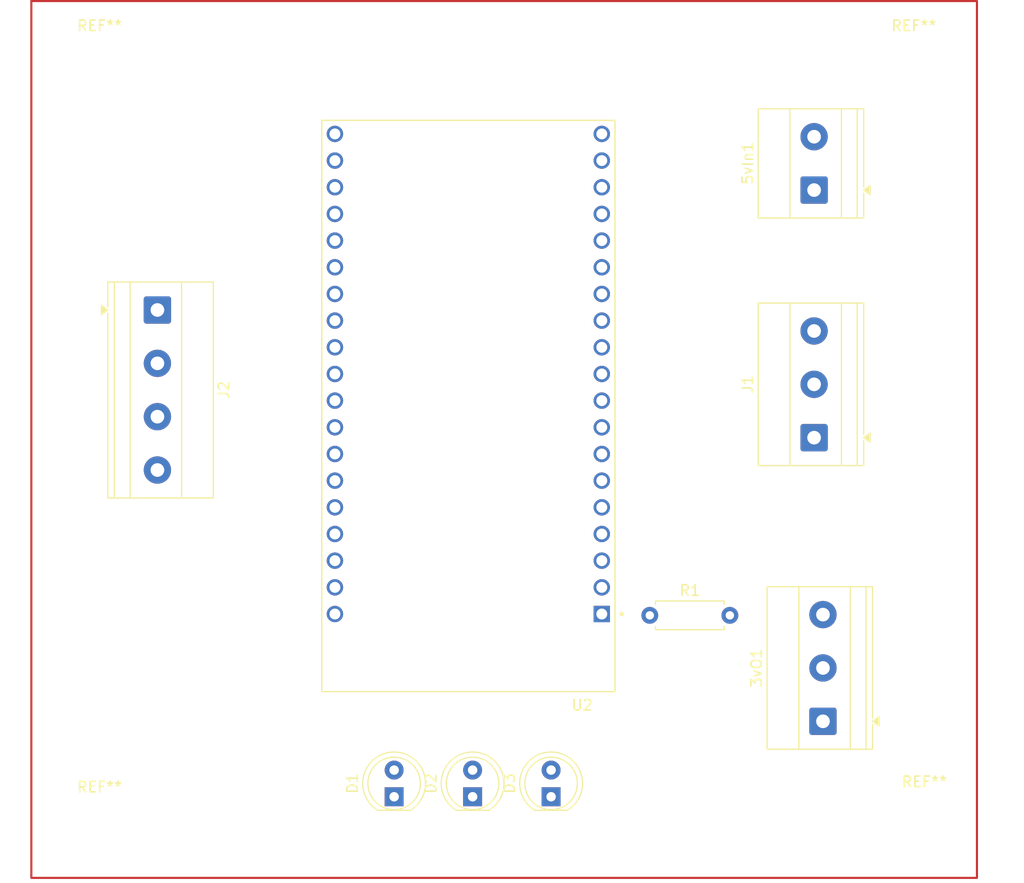
<source format=kicad_pcb>
(kicad_pcb (version 20241229) (generator "pcbnew") (generator_version "9.0")
  (layers (0 "F.Cu" signal) (2 "B.Cu" signal) (13 "F.Paste" user) (15 "B.Paste" user) (5 "F.SilkS" user "F.Silkscreen") (7 "B.SilkS" user "B.Silkscreen") (1 "F.Mask" user) (3 "B.Mask" user) (25 "Edge.Cuts" user))
  (net 0 "")
  (net 1 "Net-(3vO1-Pin_1)")
  (net 2 "Net-(5vIn1-Pin_1)")
  (net 3 "Net-(D1-K)")
  (net 4 "/Ex_Sensor")
  (net 5 "/En_Sensor")
  (net 6 "/Welding")
  (net 7 "/Misc1")
  (net 8 "/C_UP1")
  (net 9 "/C_DOWN1")
  (net 10 "/Misc2")
  (net 11 "Net-(U2-3V3)")
  (footprint "TerminalBlock_Phoenix:TerminalBlock_Phoenix_MKDS-1,5-3-5.08_1x03_P5.08mm_Horizontal" (layer "F.Cu") (at 172.345 119.59 90)
    (property "Reference" "3vO1" (at 5.08 -6.32 90) (layer "F.SilkS"))
    (property "Value" "Conn_01x03")
    (fp_line (start 12.82 -5.32) (end 12.82 4.72) (stroke (width 0.12)) (layer "F.SilkS"))
    (fp_line (start -2.66 -5.32) (end 12.82 -5.32) (stroke (width 0.12)) (layer "F.SilkS"))
    (fp_line (start -2.66 -2.3) (end 12.82 -2.3) (stroke (width 0.12)) (layer "F.SilkS"))
    (fp_line (start -2.66 2.6) (end 12.82 2.6) (stroke (width 0.12)) (layer "F.SilkS"))
    (fp_line (start -2.66 4.1) (end 12.82 4.1) (stroke (width 0.12)) (layer "F.SilkS"))
    (fp_line (start 12.82 4.72) (end 0.3 4.72) (stroke (width 0.12)) (layer "F.SilkS"))
    (fp_line (start -0.3 4.72) (end -2.66 4.72) (stroke (width 0.12)) (layer "F.SilkS"))
    (fp_line (start -2.66 4.72) (end -2.66 -5.32) (stroke (width 0.12)) (layer "F.SilkS"))
    (fp_poly (pts (xy 0 4.72) (xy 0.44 5.33) (xy -0.44 5.33)) (stroke (width 0.12)) (fill yes) (layer "F.SilkS"))
    (pad "1" thru_hole roundrect (at 0 0 90) (size 2.6 2.6) (drill 1.3) (layers "*.Cu" "*.Mask") (roundrect_rratio 0.096154) (net 1 "Net-(3vO1-Pin_1)"))
    (pad "2" thru_hole circle (at 5.08 0 90) (size 2.6 2.6) (drill 1.3) (layers "*.Cu" "*.Mask") (net 1 "Net-(3vO1-Pin_1)"))
    (pad "3" thru_hole circle (at 10.16 0 90) (size 2.6 2.6) (drill 1.3) (layers "*.Cu" "*.Mask") (net 1 "Net-(3vO1-Pin_1)"))
  )
  (footprint "MountingHole:MountingHole_3.2mm_M3" (layer "F.Cu") (at 103.5 57.5)
    (property "Reference" "REF**" (at 0 -4.15 0) (layer "F.SilkS"))
    (property "Value" "MountingHole_3.2mm_M3")
    (pad "" np_thru_hole circle (at 0 0) (size 3.2 3.2) (drill 3.2) (layers "*.Cu" "*.Mask"))
  )
  (footprint "MountingHole:MountingHole_3.2mm_M3" (layer "F.Cu") (at 181 57.5)
    (property "Reference" "REF**" (at 0 -4.15 0) (layer "F.SilkS"))
    (property "Value" "MountingHole_3.2mm_M3" (hide yes))
    (pad "" np_thru_hole circle (at 0 0) (size 3.2 3.2) (drill 3.2) (layers "*.Cu" "*.Mask"))
  )
  (footprint "TerminalBlock_Phoenix:TerminalBlock_Phoenix_MKDS-1,5-2-5.08_1x02_P5.08mm_Horizontal" (layer "F.Cu") (at 171.5 69 90)
    (property "Reference" "5vIn1" (at 2.54 -6.32 90) (layer "F.SilkS"))
    (property "Value" "Conn_01x02")
    (fp_line (start 7.74 -5.32) (end 7.74 4.72) (stroke (width 0.12)) (layer "F.SilkS"))
    (fp_line (start -2.66 -5.32) (end 7.74 -5.32) (stroke (width 0.12)) (layer "F.SilkS"))
    (fp_line (start -2.66 -2.3) (end 7.74 -2.3) (stroke (width 0.12)) (layer "F.SilkS"))
    (fp_line (start -2.66 2.6) (end 7.74 2.6) (stroke (width 0.12)) (layer "F.SilkS"))
    (fp_line (start -2.66 4.1) (end 7.74 4.1) (stroke (width 0.12)) (layer "F.SilkS"))
    (fp_line (start 7.74 4.72) (end 0.3 4.72) (stroke (width 0.12)) (layer "F.SilkS"))
    (fp_line (start -0.3 4.72) (end -2.66 4.72) (stroke (width 0.12)) (layer "F.SilkS"))
    (fp_line (start -2.66 4.72) (end -2.66 -5.32) (stroke (width 0.12)) (layer "F.SilkS"))
    (fp_poly (pts (xy 0 4.72) (xy 0.44 5.33) (xy -0.44 5.33)) (stroke (width 0.12)) (fill yes) (layer "F.SilkS"))
    (pad "1" thru_hole roundrect (at 0 0 90) (size 2.6 2.6) (drill 1.3) (layers "*.Cu" "*.Mask") (roundrect_rratio 0.096154) (net 2 "Net-(5vIn1-Pin_1)"))
    (pad "2" thru_hole circle (at 5.08 0 90) (size 2.6 2.6) (drill 1.3) (layers "*.Cu" "*.Mask") (net 2 "Net-(5vIn1-Pin_1)"))
  )
  (footprint "ESP32-DEVKITC-32D:MODULE_ESP32-DEVKITC-32D" (layer "F.Cu") (at 138.595 89.6125 180)
    (property "Reference" "U2" (at -10.829175 -28.446045 0) (layer "F.SilkS") (effects (font (size 1.000386 1.000386))))
    (property "Value" "ESP32-DEVKITC-32D")
    (fp_line (start 13.95 27.25) (end -13.95 27.25) (stroke (width 0.127)) (layer "F.SilkS"))
    (fp_line (start 13.95 -27.15) (end 13.95 27.25) (stroke (width 0.127)) (layer "F.SilkS"))
    (fp_line (start -13.95 27.25) (end -13.95 -27.15) (stroke (width 0.127)) (layer "F.SilkS"))
    (fp_line (start -13.95 -27.15) (end 13.95 -27.15) (stroke (width 0.127)) (layer "F.SilkS"))
    (fp_circle (center -14.6 -19.76) (end -14.5 -19.76) (stroke (width 0.2)) (fill no) (layer "F.SilkS"))
    (pad "J2-1" thru_hole rect (at -12.7 -19.76 180) (size 1.56 1.56) (drill 1.04) (layers "*.Cu" "*.Mask") (net 11 "Net-(U2-3V3)"))
    (pad "J2-2" thru_hole circle (at -12.7 -17.22 180) (size 1.56 1.56) (drill 1.04) (layers "*.Cu" "*.Mask"))
    (pad "J2-3" thru_hole circle (at -12.7 -14.68 180) (size 1.56 1.56) (drill 1.04) (layers "*.Cu" "*.Mask"))
    (pad "J2-4" thru_hole circle (at -12.7 -12.14 180) (size 1.56 1.56) (drill 1.04) (layers "*.Cu" "*.Mask"))
    (pad "J2-5" thru_hole circle (at -12.7 -9.6 180) (size 1.56 1.56) (drill 1.04) (layers "*.Cu" "*.Mask") (net 9 "/C_DOWN1"))
    (pad "J2-6" thru_hole circle (at -12.7 -7.06 180) (size 1.56 1.56) (drill 1.04) (layers "*.Cu" "*.Mask") (net 8 "/C_UP1"))
    (pad "J2-7" thru_hole circle (at -12.7 -4.52 180) (size 1.56 1.56) (drill 1.04) (layers "*.Cu" "*.Mask"))
    (pad "J2-8" thru_hole circle (at -12.7 -1.98 180) (size 1.56 1.56) (drill 1.04) (layers "*.Cu" "*.Mask"))
    (pad "J2-9" thru_hole circle (at -12.7 0.56 180) (size 1.56 1.56) (drill 1.04) (layers "*.Cu" "*.Mask"))
    (pad "J2-10" thru_hole circle (at -12.7 3.1 180) (size 1.56 1.56) (drill 1.04) (layers "*.Cu" "*.Mask"))
    (pad "J2-11" thru_hole circle (at -12.7 5.64 180) (size 1.56 1.56) (drill 1.04) (layers "*.Cu" "*.Mask"))
    (pad "J2-12" thru_hole circle (at -12.7 8.18 180) (size 1.56 1.56) (drill 1.04) (layers "*.Cu" "*.Mask") (net 7 "/Misc1"))
    (pad "J2-13" thru_hole circle (at -12.7 10.72 180) (size 1.56 1.56) (drill 1.04) (layers "*.Cu" "*.Mask"))
    (pad "J2-14" thru_hole circle (at -12.7 13.26 180) (size 1.56 1.56) (drill 1.04) (layers "*.Cu" "*.Mask") (net 3 "Net-(D1-K)"))
    (pad "J2-15" thru_hole circle (at -12.7 15.8 180) (size 1.56 1.56) (drill 1.04) (layers "*.Cu" "*.Mask"))
    (pad "J2-16" thru_hole circle (at -12.7 18.34 180) (size 1.56 1.56) (drill 1.04) (layers "*.Cu" "*.Mask"))
    (pad "J2-17" thru_hole circle (at -12.7 20.88 180) (size 1.56 1.56) (drill 1.04) (layers "*.Cu" "*.Mask"))
    (pad "J2-18" thru_hole circle (at -12.7 23.42 180) (size 1.56 1.56) (drill 1.04) (layers "*.Cu" "*.Mask"))
    (pad "J2-19" thru_hole circle (at -12.7 25.96 180) (size 1.56 1.56) (drill 1.04) (layers "*.Cu" "*.Mask") (net 2 "Net-(5vIn1-Pin_1)"))
    (pad "J3-1" thru_hole circle (at 12.7 -19.76 180) (size 1.56 1.56) (drill 1.04) (layers "*.Cu" "*.Mask"))
    (pad "J3-2" thru_hole circle (at 12.7 -17.22 180) (size 1.56 1.56) (drill 1.04) (layers "*.Cu" "*.Mask"))
    (pad "J3-3" thru_hole circle (at 12.7 -14.68 180) (size 1.56 1.56) (drill 1.04) (layers "*.Cu" "*.Mask"))
    (pad "J3-4" thru_hole circle (at 12.7 -12.14 180) (size 1.56 1.56) (drill 1.04) (layers "*.Cu" "*.Mask"))
    (pad "J3-5" thru_hole circle (at 12.7 -9.6 180) (size 1.56 1.56) (drill 1.04) (layers "*.Cu" "*.Mask"))
    (pad "J3-6" thru_hole circle (at 12.7 -7.06 180) (size 1.56 1.56) (drill 1.04) (layers "*.Cu" "*.Mask") (net 6 "/Welding"))
    (pad "J3-7" thru_hole circle (at 12.7 -4.52 180) (size 1.56 1.56) (drill 1.04) (layers "*.Cu" "*.Mask"))
    (pad "J3-8" thru_hole circle (at 12.7 -1.98 180) (size 1.56 1.56) (drill 1.04) (layers "*.Cu" "*.Mask") (net 4 "/Ex_Sensor"))
    (pad "J3-9" thru_hole circle (at 12.7 0.56 180) (size 1.56 1.56) (drill 1.04) (layers "*.Cu" "*.Mask") (net 5 "/En_Sensor"))
    (pad "J3-10" thru_hole circle (at 12.7 3.1 180) (size 1.56 1.56) (drill 1.04) (layers "*.Cu" "*.Mask"))
    (pad "J3-11" thru_hole circle (at 12.7 5.64 180) (size 1.56 1.56) (drill 1.04) (layers "*.Cu" "*.Mask"))
    (pad "J3-12" thru_hole circle (at 12.7 8.18 180) (size 1.56 1.56) (drill 1.04) (layers "*.Cu" "*.Mask") (net 10 "/Misc2"))
    (pad "J3-13" thru_hole circle (at 12.7 10.72 180) (size 1.56 1.56) (drill 1.04) (layers "*.Cu" "*.Mask"))
    (pad "J3-14" thru_hole circle (at 12.7 13.26 180) (size 1.56 1.56) (drill 1.04) (layers "*.Cu" "*.Mask"))
    (pad "J3-15" thru_hole circle (at 12.7 15.8 180) (size 1.56 1.56) (drill 1.04) (layers "*.Cu" "*.Mask"))
    (pad "J3-16" thru_hole circle (at 12.7 18.34 180) (size 1.56 1.56) (drill 1.04) (layers "*.Cu" "*.Mask"))
    (pad "J3-17" thru_hole circle (at 12.7 20.88 180) (size 1.56 1.56) (drill 1.04) (layers "*.Cu" "*.Mask"))
    (pad "J3-18" thru_hole circle (at 12.7 23.42 180) (size 1.56 1.56) (drill 1.04) (layers "*.Cu" "*.Mask"))
    (pad "J3-19" thru_hole circle (at 12.7 25.96 180) (size 1.56 1.56) (drill 1.04) (layers "*.Cu" "*.Mask"))
  )
  (footprint "MountingHole:MountingHole_3.2mm_M3" (layer "F.Cu") (at 182 129.5)
    (property "Reference" "REF**" (at 0 -4.15 0) (layer "F.SilkS"))
    (property "Value" "MountingHole_3.2mm_M3")
    (pad "" np_thru_hole circle (at 0 0) (size 3.2 3.2) (drill 3.2) (layers "*.Cu" "*.Mask"))
  )
  (footprint "LED_THT:LED_D5.0mm" (layer "F.Cu") (at 139 126.775 90)
    (property "Reference" "D2" (at 1.27 -3.96 90) (layer "F.SilkS"))
    (property "Value" "LED")
    (fp_line (start -1.29 -1.545) (end -1.29 1.545) (stroke (width 0.12)) (layer "F.SilkS"))
    (fp_arc (start -1.29 -1.54483) (mid 2.071779 -2.880495) (end 4.26 0) (stroke (width 0.12)) (layer "F.SilkS"))
    (fp_arc (start 4.26 0) (mid 2.071779 2.880495) (end -1.29 1.54483) (stroke (width 0.12)) (layer "F.SilkS"))
    (fp_circle (center 1.27 0) (end 3.77 0) (stroke (width 0.12)) (fill no) (layer "F.SilkS"))
    (pad "1" thru_hole rect (at 0 0 90) (size 1.8 1.8) (drill 0.9) (layers "*.Cu" "*.Mask") (net 3 "Net-(D1-K)"))
    (pad "2" thru_hole circle (at 2.54 0 90) (size 1.8 1.8) (drill 0.9) (layers "*.Cu" "*.Mask") (net 5 "/En_Sensor"))
  )
  (footprint "LED_THT:LED_D5.0mm" (layer "F.Cu") (at 146.47 126.775 90)
    (property "Reference" "D3" (at 1.27 -3.96 90) (layer "F.SilkS"))
    (property "Value" "LED")
    (fp_line (start -1.29 -1.545) (end -1.29 1.545) (stroke (width 0.12)) (layer "F.SilkS"))
    (fp_arc (start -1.29 -1.54483) (mid 2.071779 -2.880495) (end 4.26 0) (stroke (width 0.12)) (layer "F.SilkS"))
    (fp_arc (start 4.26 0) (mid 2.071779 2.880495) (end -1.29 1.54483) (stroke (width 0.12)) (layer "F.SilkS"))
    (fp_circle (center 1.27 0) (end 3.77 0) (stroke (width 0.12)) (fill no) (layer "F.SilkS"))
    (pad "1" thru_hole rect (at 0 0 90) (size 1.8 1.8) (drill 0.9) (layers "*.Cu" "*.Mask") (net 3 "Net-(D1-K)"))
    (pad "2" thru_hole circle (at 2.54 0 90) (size 1.8 1.8) (drill 0.9) (layers "*.Cu" "*.Mask") (net 10 "/Misc2"))
  )
  (footprint "LED_THT:LED_D5.0mm" (layer "F.Cu") (at 131.53 126.775 90)
    (property "Reference" "D1" (at 1.27 -3.96 90) (layer "F.SilkS"))
    (property "Value" "LED")
    (fp_line (start -1.29 -1.545) (end -1.29 1.545) (stroke (width 0.12)) (layer "F.SilkS"))
    (fp_arc (start -1.29 -1.54483) (mid 2.071779 -2.880495) (end 4.26 0) (stroke (width 0.12)) (layer "F.SilkS"))
    (fp_arc (start 4.26 0) (mid 2.071779 2.880495) (end -1.29 1.54483) (stroke (width 0.12)) (layer "F.SilkS"))
    (fp_circle (center 1.27 0) (end 3.77 0) (stroke (width 0.12)) (fill no) (layer "F.SilkS"))
    (pad "1" thru_hole rect (at 0 0 90) (size 1.8 1.8) (drill 0.9) (layers "*.Cu" "*.Mask") (net 3 "Net-(D1-K)"))
    (pad "2" thru_hole circle (at 2.54 0 90) (size 1.8 1.8) (drill 0.9) (layers "*.Cu" "*.Mask") (net 4 "/Ex_Sensor"))
  )
  (footprint "Resistor_THT:R_Axial_DIN0207_L6.3mm_D2.5mm_P7.62mm_Horizontal" (layer "F.Cu") (at 155.8625 109.5)
    (property "Reference" "R1" (at 3.81 -2.37 0) (layer "F.SilkS"))
    (property "Value" "10k")
    (fp_line (start 0.54 -1.37) (end 7.08 -1.37) (stroke (width 0.12)) (layer "F.SilkS"))
    (fp_line (start 0.54 -1.04) (end 0.54 -1.37) (stroke (width 0.12)) (layer "F.SilkS"))
    (fp_line (start 0.54 1.04) (end 0.54 1.37) (stroke (width 0.12)) (layer "F.SilkS"))
    (fp_line (start 0.54 1.37) (end 7.08 1.37) (stroke (width 0.12)) (layer "F.SilkS"))
    (fp_line (start 7.08 -1.37) (end 7.08 -1.04) (stroke (width 0.12)) (layer "F.SilkS"))
    (fp_line (start 7.08 1.37) (end 7.08 1.04) (stroke (width 0.12)) (layer "F.SilkS"))
    (pad "1" thru_hole circle (at 0 0) (size 1.6 1.6) (drill 0.8) (layers "*.Cu" "*.Mask") (net 11 "Net-(U2-3V3)"))
    (pad "2" thru_hole circle (at 7.62 0) (size 1.6 1.6) (drill 0.8) (layers "*.Cu" "*.Mask") (net 1 "Net-(3vO1-Pin_1)"))
  )
  (footprint "MountingHole:MountingHole_3.2mm_M3" (layer "F.Cu") (at 103.5 130)
    (property "Reference" "REF**" (at 0 -4.15 0) (layer "F.SilkS"))
    (property "Value" "MountingHole_3.2mm_M3")
    (pad "" np_thru_hole circle (at 0 0) (size 3.2 3.2) (drill 3.2) (layers "*.Cu" "*.Mask"))
  )
  (footprint "TerminalBlock_Phoenix:TerminalBlock_Phoenix_MKDS-1,5-4-5.08_1x04_P5.08mm_Horizontal" (layer "F.Cu") (at 109 80.42 -90)
    (property "Reference" "J2" (at 7.62 -6.32 90) (layer "F.SilkS"))
    (property "Value" "Conn_01x04")
    (fp_line (start -2.66 4.72) (end -2.66 -5.32) (stroke (width 0.12)) (layer "F.SilkS"))
    (fp_line (start -0.3 4.72) (end -2.66 4.72) (stroke (width 0.12)) (layer "F.SilkS"))
    (fp_line (start 17.9 4.72) (end 0.3 4.72) (stroke (width 0.12)) (layer "F.SilkS"))
    (fp_line (start -2.66 4.1) (end 17.9 4.1) (stroke (width 0.12)) (layer "F.SilkS"))
    (fp_line (start -2.66 2.6) (end 17.9 2.6) (stroke (width 0.12)) (layer "F.SilkS"))
    (fp_line (start -2.66 -2.3) (end 17.9 -2.3) (stroke (width 0.12)) (layer "F.SilkS"))
    (fp_line (start -2.66 -5.32) (end 17.9 -5.32) (stroke (width 0.12)) (layer "F.SilkS"))
    (fp_line (start 17.9 -5.32) (end 17.9 4.72) (stroke (width 0.12)) (layer "F.SilkS"))
    (fp_poly (pts (xy 0 4.72) (xy 0.44 5.33) (xy -0.44 5.33)) (stroke (width 0.12)) (fill yes) (layer "F.SilkS"))
    (pad "1" thru_hole roundrect (at 0 0 270) (size 2.6 2.6) (drill 1.3) (layers "*.Cu" "*.Mask") (roundrect_rratio 0.096154) (net 10 "/Misc2"))
    (pad "2" thru_hole circle (at 5.08 0 270) (size 2.6 2.6) (drill 1.3) (layers "*.Cu" "*.Mask") (net 5 "/En_Sensor"))
    (pad "3" thru_hole circle (at 10.16 0 270) (size 2.6 2.6) (drill 1.3) (layers "*.Cu" "*.Mask") (net 4 "/Ex_Sensor"))
    (pad "4" thru_hole circle (at 15.24 0 270) (size 2.6 2.6) (drill 1.3) (layers "*.Cu" "*.Mask") (net 6 "/Welding"))
  )
  (footprint "TerminalBlock_Phoenix:TerminalBlock_Phoenix_MKDS-1,5-3-5.08_1x03_P5.08mm_Horizontal" (layer "F.Cu") (at 171.5 92.58 90)
    (property "Reference" "J1" (at 5.08 -6.32 90) (layer "F.SilkS"))
    (property "Value" "Conn_01x03")
    (fp_line (start 12.82 -5.32) (end 12.82 4.72) (stroke (width 0.12)) (layer "F.SilkS"))
    (fp_line (start -2.66 -5.32) (end 12.82 -5.32) (stroke (width 0.12)) (layer "F.SilkS"))
    (fp_line (start -2.66 -2.3) (end 12.82 -2.3) (stroke (width 0.12)) (layer "F.SilkS"))
    (fp_line (start -2.66 2.6) (end 12.82 2.6) (stroke (width 0.12)) (layer "F.SilkS"))
    (fp_line (start -2.66 4.1) (end 12.82 4.1) (stroke (width 0.12)) (layer "F.SilkS"))
    (fp_line (start 12.82 4.72) (end 0.3 4.72) (stroke (width 0.12)) (layer "F.SilkS"))
    (fp_line (start -0.3 4.72) (end -2.66 4.72) (stroke (width 0.12)) (layer "F.SilkS"))
    (fp_line (start -2.66 4.72) (end -2.66 -5.32) (stroke (width 0.12)) (layer "F.SilkS"))
    (fp_poly (pts (xy 0 4.72) (xy 0.44 5.33) (xy -0.44 5.33)) (stroke (width 0.12)) (fill yes) (layer "F.SilkS"))
    (pad "1" thru_hole roundrect (at 0 0 90) (size 2.6 2.6) (drill 1.3) (layers "*.Cu" "*.Mask") (roundrect_rratio 0.096154) (net 9 "/C_DOWN1"))
    (pad "2" thru_hole circle (at 5.08 0 90) (size 2.6 2.6) (drill 1.3) (layers "*.Cu" "*.Mask") (net 8 "/C_UP1"))
    (pad "3" thru_hole circle (at 10.16 0 90) (size 2.6 2.6) (drill 1.3) (layers "*.Cu" "*.Mask") (net 7 "/Misc1"))
  )
  (gr_rect (start 97 51) (end 187 134.5) (stroke (width 0.2)) (fill no) (layer "F.Cu"))
)
</source>
